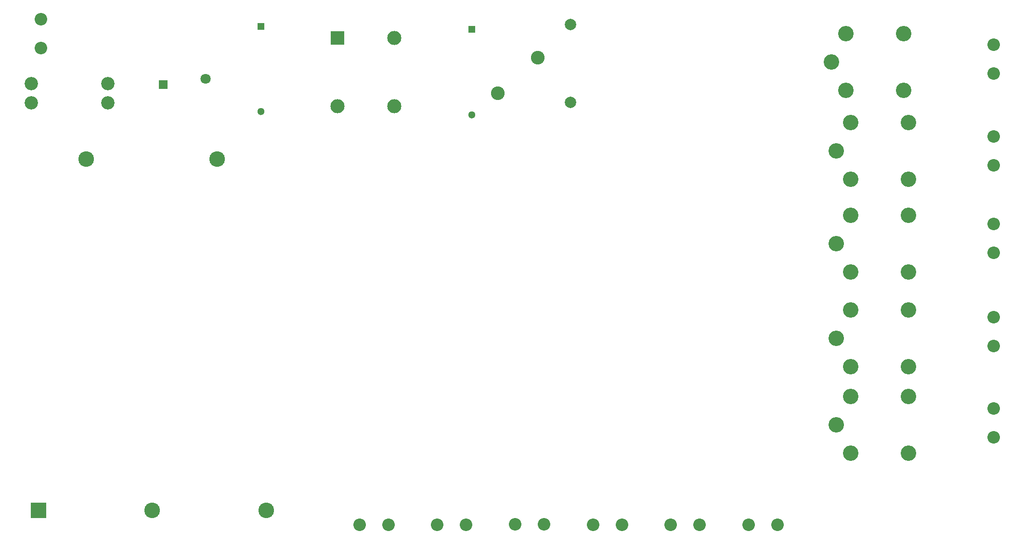
<source format=gbr>
%TF.GenerationSoftware,Altium Limited,Altium Designer,23.11.1 (41)*%
G04 Layer_Color=16711935*
%FSLAX45Y45*%
%MOMM*%
%TF.SameCoordinates,7081611A-E9FA-4801-99CF-350105B7A270*%
%TF.FilePolarity,Negative*%
%TF.FileFunction,Soldermask,Bot*%
%TF.Part,Single*%
G01*
G75*
%TA.AperFunction,ComponentPad*%
%ADD42R,1.60000X1.60000*%
%ADD43C,1.30000*%
%ADD44R,1.30000X1.30000*%
%ADD68C,2.41300*%
%ADD69C,2.74320*%
%ADD70R,2.74320X2.74320*%
%ADD71C,2.20345*%
%ADD72C,2.00320*%
%ADD73C,2.35320*%
%ADD74C,2.71780*%
%ADD75C,2.48920*%
%ADD76C,1.80320*%
%ADD77R,2.48920X2.48920*%
D42*
X2892500Y8400000D02*
D03*
D43*
X8320000Y7867500D02*
D03*
X4617500Y7920000D02*
D03*
D44*
X8320000Y9367500D02*
D03*
X4617500Y9420000D02*
D03*
D68*
X9482500Y8872500D02*
D03*
X8784000Y8243494D02*
D03*
D69*
X3842285Y7087154D02*
D03*
X2705000Y892500D02*
D03*
X4704996D02*
D03*
X1542290Y7087154D02*
D03*
D70*
X705004Y892500D02*
D03*
D71*
X10452499Y642220D02*
D03*
X10960499D02*
D03*
X13697299D02*
D03*
X13189299D02*
D03*
X6347300D02*
D03*
X6855300D02*
D03*
X7715700D02*
D03*
X8223700D02*
D03*
X9084099Y650000D02*
D03*
X9592099D02*
D03*
X11820899Y642220D02*
D03*
X12328899D02*
D03*
X17500000Y9104630D02*
D03*
Y8596630D02*
D03*
Y7481570D02*
D03*
Y6973570D02*
D03*
Y5939790D02*
D03*
Y5431790D02*
D03*
Y4298950D02*
D03*
Y3790950D02*
D03*
Y2688590D02*
D03*
Y2180590D02*
D03*
X747300Y9550220D02*
D03*
Y9042220D02*
D03*
D72*
X10057500Y9458750D02*
D03*
Y8081250D02*
D03*
D73*
X572300Y8072220D02*
D03*
Y8412220D02*
D03*
X1922300D02*
D03*
Y8072220D02*
D03*
D74*
X14732001Y3929380D02*
D03*
X14986000Y4429760D02*
D03*
X16002000D02*
D03*
X14986000Y3429000D02*
D03*
X16002000D02*
D03*
X14732001Y2405380D02*
D03*
X14986000Y2905760D02*
D03*
X16002000D02*
D03*
X14986000Y1905000D02*
D03*
X16002000D02*
D03*
X14650275Y8798307D02*
D03*
X14904276Y9298687D02*
D03*
X15920274D02*
D03*
X14904276Y8297927D02*
D03*
X15920274D02*
D03*
X14732001Y7231380D02*
D03*
X14986000Y7731760D02*
D03*
X16002000D02*
D03*
X14986000Y6731000D02*
D03*
X16002000D02*
D03*
X14732001Y5595620D02*
D03*
X14986000Y6096000D02*
D03*
X16002000D02*
D03*
X14986000Y5095240D02*
D03*
X16002000D02*
D03*
D75*
X5957502Y8020000D02*
D03*
X6957500Y9219998D02*
D03*
Y8020000D02*
D03*
D76*
X3642500Y8500000D02*
D03*
D77*
X5957502Y9219998D02*
D03*
%TF.MD5,236dfc7a14529fa2ec3a2632c923a148*%
M02*

</source>
